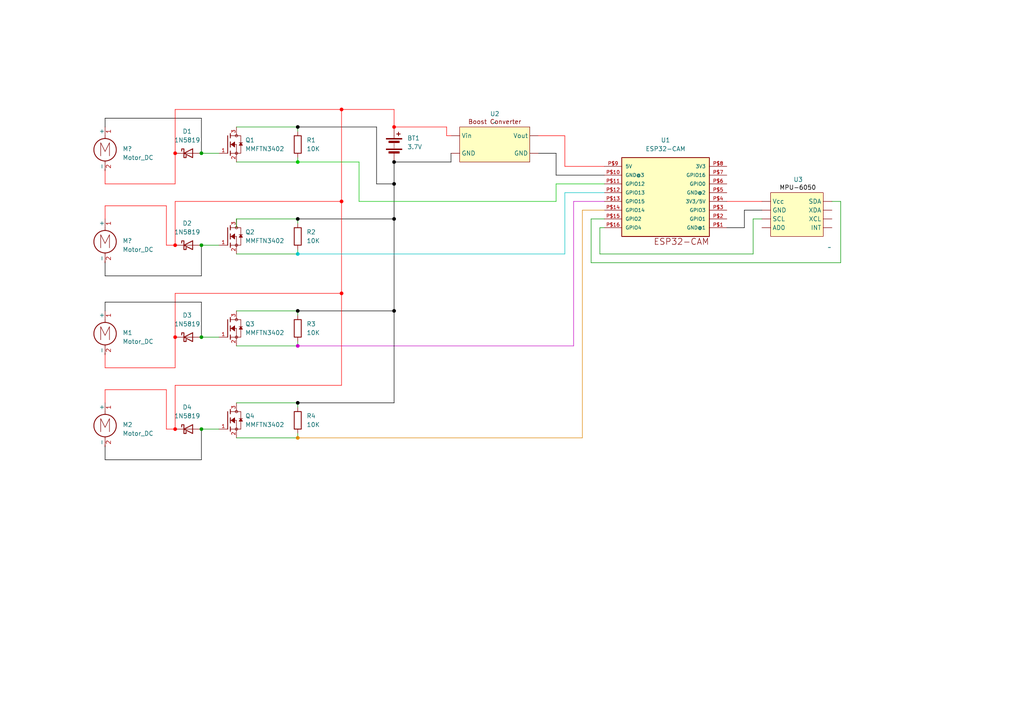
<source format=kicad_sch>
(kicad_sch (version 20250114) (generator "eeschema") (generator_version "9.0")
  (paper "A4")
  (lib_symbols
    (symbol "Device:Battery" (pin_numbers (hide yes)) (pin_names (offset 0) (hide yes))
      (property "Reference" "BT" (at 2.54 2.54 0))
      (property "Value" "Battery" (at 2.54 0 0))
      (symbol "Battery_0_1"
        (rectangle (start -2.286 1.778) (end 2.286 1.524) (fill (type outline)))
        (rectangle (start -2.286 -1.27) (end 2.286 -1.524) (fill (type outline)))
        (rectangle (start -1.524 1.016) (end 1.524 0.508) (fill (type outline)))
        (rectangle (start -1.524 -2.032) (end 1.524 -2.54) (fill (type outline)))
        (polyline (pts (xy 0 1.778) (xy 0 2.54)))
        (polyline (pts (xy 0 0) (xy 0 0.254)))
        (polyline (pts (xy 0 -0.508) (xy 0 -0.254)))
        (polyline (pts (xy 0 -1.016) (xy 0 -0.762)))
        (polyline (pts (xy 0.762 3.048) (xy 1.778 3.048)) (stroke (width 0.254)))
        (polyline (pts (xy 1.27 3.556) (xy 1.27 2.54)) (stroke (width 0.254)))
      )
      (symbol "Battery_1_1"
        (pin passive line (at 0 5.08 270) (length 2.54) (name "+") (number "1"))
        (pin passive line (at 0 -5.08 90) (length 2.54) (name "-") (number "2"))
      )
    )
    (symbol "Device:R" (pin_numbers (hide yes)) (pin_names (offset 0))
      (property "Reference" "R" (at 2.032 0 90))
      (property "Value" "R" (at 0 0 90))
      (symbol "R_0_1"
        (rectangle (start -1.016 -2.54) (end 1.016 2.54) (stroke (width 0.254)))
      )
      (symbol "R_1_1"
        (pin passive line (at 0 3.81 270) (length 1.27) (name "~") (number "1"))
        (pin passive line (at 0 -3.81 90) (length 1.27) (name "~") (number "2"))
      )
    )
    (symbol "Diode:1N5819" (pin_numbers (hide yes)) (pin_names (offset 1.016) (hide yes))
      (property "Reference" "D" (at 0 2.54 0))
      (property "Value" "1N5819" (at 0 -2.54 0))
      (symbol "1N5819_0_1"
        (polyline (pts (xy -1.905 0.635) (xy -1.905 1.27) (xy -1.27 1.27) (xy -1.27 -1.27) (xy -0.635 -1.27) (xy -0.635 -0.635)) (stroke (width 0.254)))
        (polyline (pts (xy 1.27 1.27) (xy 1.27 -1.27) (xy -1.27 0) (xy 1.27 1.27)) (stroke (width 0.254)))
        (polyline (pts (xy 1.27 0) (xy -1.27 0)))
      )
      (symbol "1N5819_1_1"
        (pin passive line (at -3.81 0 0) (length 2.54) (name "K") (number "1"))
        (pin passive line (at 3.81 0 180) (length 2.54) (name "A") (number "2"))
      )
    )
    (symbol "ESP32-CAM:ESP32-CAM" (pin_names (offset 1.016))
      (property "Reference" "U" (at 0 0 0))
      (property "Value" "ESP32-CAM" (at 0 0 0))
      (symbol "ESP32-CAM_0_0"
        (rectangle (start -12.7 -10.16) (end 12.7 12.7) (stroke (width 0.254)) (fill (type background)))
        (text "ESP32-CAM" (at -12.7 15.24 0) (effects (font (size 1.778 1.778)) (justify left bottom)))
        (pin bidirectional line (at -17.78 10.16 0) (length 5.08) (name "GND@1") (number "P$1"))
        (pin bidirectional line (at -17.78 7.62 0) (length 5.08) (name "GPIO1") (number "P$2"))
        (pin bidirectional line (at -17.78 5.08 0) (length 5.08) (name "GPIO3") (number "P$3"))
        (pin bidirectional line (at -17.78 2.54 0) (length 5.08) (name "3V3/5V") (number "P$4"))
        (pin bidirectional line (at -17.78 0 0) (length 5.08) (name "GND@2") (number "P$5"))
        (pin bidirectional line (at -17.78 -2.54 0) (length 5.08) (name "GPIO0") (number "P$6"))
        (pin bidirectional line (at -17.78 -5.08 0) (length 5.08) (name "GPIO16") (number "P$7"))
        (pin bidirectional line (at -17.78 -7.62 0) (length 5.08) (name "3V3") (number "P$8"))
        (pin bidirectional line (at 17.78 10.16 180) (length 5.08) (name "GPIO4") (number "P$16"))
        (pin bidirectional line (at 17.78 7.62 180) (length 5.08) (name "GPIO2") (number "P$15"))
        (pin bidirectional line (at 17.78 5.08 180) (length 5.08) (name "GPIO14") (number "P$14"))
        (pin bidirectional line (at 17.78 2.54 180) (length 5.08) (name "GPIO15") (number "P$13"))
        (pin bidirectional line (at 17.78 0 180) (length 5.08) (name "GPIO13") (number "P$12"))
        (pin bidirectional line (at 17.78 -2.54 180) (length 5.08) (name "GPIO12") (number "P$11"))
        (pin bidirectional line (at 17.78 -5.08 180) (length 5.08) (name "GND@3") (number "P$10"))
        (pin bidirectional line (at 17.78 -7.62 180) (length 5.08) (name "5V") (number "P$9"))
      )
    )
    (symbol "IMU:MPU-6050"
      (property "Reference" "U" (at 0 2.794 0))
      (symbol "MPU-6050_1_1"
        (rectangle (start -7.62 -1.27) (end 7.62 -13.97) (fill (type background)))
        (text "MPU-6050" (at 0.254 0.254 0) (effects (font (size 1.27 1.27))))
        (pin input line (at -10.16 -3.81 0) (length 2.54) (name "Vcc") (number ""))
        (pin output line (at -10.16 -6.35 0) (length 2.54) (name "GND") (number ""))
        (pin input line (at -10.16 -8.89 0) (length 2.54) (name "SCL") (number ""))
        (pin input line (at -10.16 -11.43 0) (length 2.54) (name "AD0") (number ""))
        (pin bidirectional line (at 10.16 -3.81 180) (length 2.54) (name "SDA") (number ""))
        (pin output line (at 10.16 -6.35 180) (length 2.54) (name "XDA") (number ""))
        (pin input line (at 10.16 -8.89 180) (length 2.54) (name "XCL") (number ""))
        (pin output line (at 10.16 -11.43 180) (length 2.54) (name "INT") (number ""))
      )
    )
    (symbol "MMFTN3402:MMFTN3402" (pin_names (offset 1.016))
      (property "Reference" "Q" (at 5.08 1.27 0))
      (property "Value" "MMFTN3402" (at 5.08 -1.27 0))
      (symbol "MMFTN3402_0_0"
        (polyline (pts (xy 0 2.54) (xy 0 -2.54)) (stroke (width 0.254)))
        (polyline (pts (xy 0.762 3.175) (xy 0.762 2.54)) (stroke (width 0.254)))
        (polyline (pts (xy 0.762 2.54) (xy 0.762 1.905)) (stroke (width 0.254)))
        (polyline (pts (xy 0.762 2.54) (xy 3.81 2.54)) (stroke (width 0.1524)))
        (polyline (pts (xy 0.762 0.762) (xy 0.762 0)) (stroke (width 0.254)))
        (polyline (pts (xy 0.762 0) (xy 0.762 -0.762)) (stroke (width 0.254)))
        (polyline (pts (xy 0.762 0) (xy 2.54 0)) (stroke (width 0.1524)))
        (polyline (pts (xy 0.762 -1.905) (xy 0.762 -2.54)) (stroke (width 0.254)))
        (polyline (pts (xy 0.762 -2.54) (xy 0.762 -3.175)) (stroke (width 0.254)))
        (polyline (pts (xy 1.016 0) (xy 2.032 0.762) (xy 2.032 -0.762) (xy 1.016 0)) (stroke (width 0.1524)) (fill (type outline)))
        (circle (center 2.54 2.54) (radius 0.3592))
        (polyline (pts (xy 2.54 0) (xy 2.54 -2.54)) (stroke (width 0.1524)))
        (polyline (pts (xy 2.54 -2.54) (xy 0.762 -2.54)) (stroke (width 0.1524)))
        (polyline (pts (xy 2.54 -2.54) (xy 3.81 -2.54)) (stroke (width 0.1524)))
        (circle (center 2.54 -2.54) (radius 0.3592))
        (polyline (pts (xy 3.81 2.54) (xy 3.81 0.508)) (stroke (width 0.1524)))
        (polyline (pts (xy 3.81 0.508) (xy 3.302 0.508)) (stroke (width 0.1524)))
        (polyline (pts (xy 3.81 0.508) (xy 3.81 -2.54)) (stroke (width 0.1524)))
        (polyline (pts (xy 3.81 0.508) (xy 3.302 -0.254) (xy 4.318 -0.254) (xy 3.81 0.508)) (stroke (width 0.1524)) (fill (type outline)))
        (polyline (pts (xy 4.318 0.508) (xy 3.81 0.508)) (stroke (width 0.1524)))
        (pin passive line (at -2.54 -2.54 0) (length 2.54) (name "~") (number "1"))
        (pin passive line (at 2.54 5.08 270) (length 2.54) (name "~") (number "3"))
        (pin passive line (at 2.54 -5.08 90) (length 2.54) (name "~") (number "2"))
      )
    )
    (symbol "Motor:Motor_DC" (pin_names (offset 0))
      (property "Reference" "M" (at 2.54 2.54 0))
      (property "Value" "Motor_DC" (at 2.54 -5.08 0))
      (symbol "Motor_DC_0_0"
        (polyline (pts (xy -1.27 -3.302) (xy -1.27 0.508) (xy 0 -2.032) (xy 1.27 0.508) (xy 1.27 -3.302)))
      )
      (symbol "Motor_DC_0_1"
        (polyline (pts (xy 0 2.032) (xy 0 2.54)))
        (polyline (pts (xy 0 1.7272) (xy 0 2.0828)))
        (circle (center 0 -1.524) (radius 3.2512) (stroke (width 0.254)))
        (polyline (pts (xy 0 -4.7752) (xy 0 -5.1816)))
        (polyline (pts (xy 0 -7.62) (xy 0 -7.112)))
      )
      (symbol "Motor_DC_1_1"
        (pin passive line (at 0 5.08 270) (length 2.54) (name "+") (number "1"))
        (pin passive line (at 0 -7.62 90) (length 2.54) (name "-") (number "2"))
      )
    )
    (symbol "boost_converter:Boost_Converter"
      (property "Reference" "U" (at 0 2.794 0))
      (symbol "Boost_Converter_1_1"
        (rectangle (start -10.16 -1.27) (end 10.16 -11.43) (fill (type background)))
        (text "Boost Converter" (at 0 0.254 0) (effects (font (size 1.27 1.27))))
        (pin input line (at -12.7 -3.81 0) (length 2.54) (name "Vin") (number ""))
        (pin output line (at -12.7 -8.89 0) (length 2.54) (name "GND") (number ""))
        (pin output line (at 12.7 -3.81 180) (length 2.54) (name "Vout") (number ""))
        (pin input line (at 12.7 -8.89 180) (length 2.54) (name "GND") (number ""))
      )
    )
  )
  (junction (at 58.42 97.79))
  (junction (at 114.3 63.5) (color 0 0 0 1))
  (junction (at 86.36 116.84) (color 0 0 0 1))
  (junction (at 99.06 85.09) (color 255 0 0 1))
  (junction (at 58.42 44.45))
  (junction (at 58.42 124.46))
  (junction (at 50.8 44.45) (color 255 0 0 1))
  (junction (at 86.36 46.99) (color 0 194 0 1))
  (junction (at 86.36 63.5) (color 0 0 0 1))
  (junction (at 86.36 73.66) (color 0 194 194 1))
  (junction (at 99.06 58.42) (color 255 0 0 1))
  (junction (at 114.3 36.83) (color 255 0 0 1))
  (junction (at 114.3 46.99) (color 0 0 0 1))
  (junction (at 99.06 31.75) (color 255 0 0 1))
  (junction (at 50.8 71.12) (color 255 0 0 1))
  (junction (at 114.3 90.17) (color 0 0 0 1))
  (junction (at 50.8 97.79) (color 255 0 0 1))
  (junction (at 86.36 36.83) (color 0 0 0 1))
  (junction (at 86.36 100.33) (color 194 0 194 1))
  (junction (at 50.8 124.46) (color 255 0 0 1))
  (junction (at 58.42 71.12))
  (junction (at 114.3 53.34) (color 0 0 0 1))
  (junction (at 86.36 127) (color 221 133 0 1))
  (junction (at 86.36 90.17) (color 0 0 0 1))
  (wire (pts (xy 171.45 76.2) (xy 171.45 63.5)))
  (wire (pts (xy 48.26 59.69) (xy 48.26 71.12)) (stroke (width 0) (color 255 0 0 1)))
  (wire (pts (xy 86.36 36.83) (xy 86.36 38.1)))
  (wire (pts (xy 68.58 66.04) (xy 68.58 63.5)))
  (wire (pts (xy 68.58 63.5) (xy 86.36 63.5)))
  (wire (pts (xy 86.36 90.17) (xy 114.3 90.17)) (stroke (width 0) (color 0 0 0 1)))
  (wire (pts (xy 175.26 60.96) (xy 168.91 60.96)) (stroke (width 0) (color 221 133 0 1)))
  (wire (pts (xy 68.58 46.99) (xy 86.36 46.99)))
  (wire (pts (xy 86.36 90.17) (xy 86.36 91.44)))
  (wire (pts (xy 104.14 58.42) (xy 104.14 46.99)) (stroke (width 0) (color 0 194 0 1)))
  (wire (pts (xy 130.81 39.37) (xy 129.54 39.37)) (stroke (width 0) (color 255 0 0 1)))
  (wire (pts (xy 48.26 124.46) (xy 50.8 124.46)) (stroke (width 0) (color 255 0 0 1)))
  (wire (pts (xy 99.06 58.42) (xy 99.06 85.09)) (stroke (width 0) (color 255 0 0 1)))
  (wire (pts (xy 220.98 63.5) (xy 218.44 63.5)))
  (wire (pts (xy 30.48 90.17) (xy 30.48 87.63)) (stroke (width 0) (color 0 0 0 1)))
  (wire (pts (xy 30.48 34.29) (xy 58.42 34.29)) (stroke (width 0) (color 0 0 0 1)))
  (wire (pts (xy 210.82 66.04) (xy 215.9 66.04)) (stroke (width 0) (color 0 0 0 1)))
  (wire (pts (xy 50.8 106.68) (xy 50.8 97.79)) (stroke (width 0) (color 255 0 0 1)))
  (wire (pts (xy 161.29 58.42) (xy 104.14 58.42)) (stroke (width 0) (color 0 194 0 1)))
  (wire (pts (xy 114.3 31.75) (xy 99.06 31.75)) (stroke (width 0) (color 255 0 0 1)))
  (wire (pts (xy 48.26 71.12) (xy 50.8 71.12)) (stroke (width 0) (color 255 0 0 1)))
  (wire (pts (xy 30.48 76.2) (xy 30.48 80.01)) (stroke (width 0) (color 0 0 0 1)))
  (wire (pts (xy 68.58 127) (xy 86.36 127)))
  (wire (pts (xy 30.48 59.69) (xy 48.26 59.69)) (stroke (width 0) (color 255 0 0 1)))
  (wire (pts (xy 86.36 63.5) (xy 114.3 63.5)) (stroke (width 0) (color 0 0 0 1)))
  (wire (pts (xy 50.8 111.76) (xy 99.06 111.76)) (stroke (width 0) (color 255 0 0 1)))
  (wire (pts (xy 156.21 39.37) (xy 163.83 39.37)) (stroke (width 0) (color 255 0 0 1)))
  (wire (pts (xy 58.42 34.29) (xy 58.42 44.45)) (stroke (width 0) (color 0 0 0 1)))
  (wire (pts (xy 109.22 36.83) (xy 109.22 53.34)) (stroke (width 0) (color 0 0 0 1)))
  (wire (pts (xy 58.42 97.79) (xy 63.5 97.79)))
  (wire (pts (xy 168.91 127) (xy 86.36 127)) (stroke (width 0) (color 221 133 0 1)))
  (wire (pts (xy 30.48 113.03) (xy 48.26 113.03)) (stroke (width 0) (color 255 0 0 1)))
  (wire (pts (xy 30.48 113.03) (xy 30.48 116.84)) (stroke (width 0) (color 255 0 0 1)))
  (wire (pts (xy 161.29 50.8) (xy 161.29 44.45)) (stroke (width 0) (color 0 0 0 1)))
  (wire (pts (xy 86.36 46.99) (xy 104.14 46.99)) (stroke (width 0) (color 0 194 0 1)))
  (wire (pts (xy 86.36 100.33) (xy 86.36 99.06)))
  (wire (pts (xy 58.42 124.46) (xy 58.42 133.35)) (stroke (width 0) (color 0 0 0 1)))
  (wire (pts (xy 30.48 133.35) (xy 58.42 133.35)) (stroke (width 0) (color 0 0 0 1)))
  (wire (pts (xy 175.26 58.42) (xy 166.37 58.42)) (stroke (width 0) (color 194 0 194 1)))
  (wire (pts (xy 68.58 90.17) (xy 86.36 90.17)))
  (wire (pts (xy 86.36 73.66) (xy 163.83 73.66)) (stroke (width 0) (color 0 194 194 1)))
  (wire (pts (xy 114.3 46.99) (xy 114.3 53.34)) (stroke (width 0) (color 0 0 0 1)))
  (wire (pts (xy 243.84 76.2) (xy 171.45 76.2)))
  (wire (pts (xy 173.99 66.04) (xy 175.26 66.04)))
  (wire (pts (xy 30.48 49.53) (xy 30.48 53.34)) (stroke (width 0) (color 255 0 0 1)))
  (wire (pts (xy 175.26 55.88) (xy 163.83 55.88)) (stroke (width 0) (color 0 194 194 1)))
  (wire (pts (xy 163.83 39.37) (xy 163.83 48.26)) (stroke (width 0) (color 255 0 0 1)))
  (wire (pts (xy 166.37 58.42) (xy 166.37 100.33)) (stroke (width 0) (color 194 0 194 1)))
  (wire (pts (xy 58.42 87.63) (xy 58.42 97.79)) (stroke (width 0) (color 0 0 0 1)))
  (wire (pts (xy 30.48 102.87) (xy 30.48 106.68)) (stroke (width 0) (color 255 0 0 1)))
  (wire (pts (xy 68.58 116.84) (xy 86.36 116.84)))
  (wire (pts (xy 68.58 73.66) (xy 86.36 73.66)))
  (wire (pts (xy 243.84 58.42) (xy 243.84 76.2)))
  (wire (pts (xy 129.54 39.37) (xy 129.54 36.83)) (stroke (width 0) (color 255 0 0 1)))
  (wire (pts (xy 129.54 36.83) (xy 114.3 36.83)) (stroke (width 0) (color 255 0 0 1)))
  (wire (pts (xy 86.36 73.66) (xy 86.36 72.39)))
  (wire (pts (xy 30.48 80.01) (xy 58.42 80.01)) (stroke (width 0) (color 0 0 0 1)))
  (wire (pts (xy 99.06 85.09) (xy 99.06 111.76)) (stroke (width 0) (color 255 0 0 1)))
  (wire (pts (xy 50.8 31.75) (xy 50.8 44.45)) (stroke (width 0) (color 255 0 0 1)))
  (wire (pts (xy 99.06 58.42) (xy 99.06 31.75)) (stroke (width 0) (color 255 0 0 1)))
  (wire (pts (xy 163.83 55.88) (xy 163.83 73.66)) (stroke (width 0) (color 0 194 194 1)))
  (wire (pts (xy 130.81 44.45) (xy 130.81 46.99)) (stroke (width 0) (color 0 0 0 1)))
  (wire (pts (xy 30.48 106.68) (xy 50.8 106.68)) (stroke (width 0) (color 255 0 0 1)))
  (wire (pts (xy 163.83 48.26) (xy 175.26 48.26)) (stroke (width 0) (color 255 0 0 1)))
  (wire (pts (xy 218.44 63.5) (xy 218.44 73.66)))
  (wire (pts (xy 30.48 87.63) (xy 58.42 87.63)) (stroke (width 0) (color 0 0 0 1)))
  (wire (pts (xy 50.8 85.09) (xy 99.06 85.09)) (stroke (width 0) (color 255 0 0 1)))
  (wire (pts (xy 114.3 116.84) (xy 114.3 90.17)) (stroke (width 0) (color 0 0 0 1)))
  (wire (pts (xy 220.98 60.96) (xy 215.9 60.96)) (stroke (width 0) (color 0 0 0 1)))
  (wire (pts (xy 30.48 129.54) (xy 30.48 133.35)) (stroke (width 0) (color 0 0 0 1)))
  (wire (pts (xy 58.42 71.12) (xy 63.5 71.12)))
  (wire (pts (xy 86.36 116.84) (xy 86.36 118.11)))
  (wire (pts (xy 30.48 59.69) (xy 30.48 63.5)) (stroke (width 0) (color 255 0 0 1)))
  (wire (pts (xy 86.36 127) (xy 86.36 125.73)))
  (wire (pts (xy 68.58 36.83) (xy 86.36 36.83)))
  (wire (pts (xy 50.8 31.75) (xy 99.06 31.75)) (stroke (width 0) (color 255 0 0 1)))
  (wire (pts (xy 50.8 58.42) (xy 50.8 71.12)) (stroke (width 0) (color 255 0 0 1)))
  (wire (pts (xy 166.37 100.33) (xy 86.36 100.33)) (stroke (width 0) (color 194 0 194 1)))
  (wire (pts (xy 30.48 36.83) (xy 30.48 34.29)) (stroke (width 0) (color 0 0 0 1)))
  (wire (pts (xy 50.8 111.76) (xy 50.8 124.46)) (stroke (width 0) (color 255 0 0 1)))
  (wire (pts (xy 48.26 113.03) (xy 48.26 124.46)) (stroke (width 0) (color 255 0 0 1)))
  (wire (pts (xy 215.9 60.96) (xy 215.9 66.04)) (stroke (width 0) (color 0 0 0 1)))
  (wire (pts (xy 86.36 63.5) (xy 86.36 64.77)))
  (wire (pts (xy 50.8 58.42) (xy 99.06 58.42)) (stroke (width 0) (color 255 0 0 1)))
  (wire (pts (xy 58.42 124.46) (xy 63.5 124.46)))
  (wire (pts (xy 210.82 58.42) (xy 220.98 58.42)) (stroke (width 0) (color 255 0 0 1)))
  (wire (pts (xy 161.29 53.34) (xy 161.29 58.42)) (stroke (width 0) (color 0 194 0 1)))
  (wire (pts (xy 109.22 53.34) (xy 114.3 53.34)) (stroke (width 0) (color 0 0 0 1)))
  (wire (pts (xy 173.99 73.66) (xy 173.99 66.04)))
  (wire (pts (xy 171.45 63.5) (xy 175.26 63.5)))
  (wire (pts (xy 30.48 53.34) (xy 50.8 53.34)) (stroke (width 0) (color 255 0 0 1)))
  (wire (pts (xy 156.21 44.45) (xy 161.29 44.45)) (stroke (width 0) (color 0 0 0 1)))
  (wire (pts (xy 218.44 73.66) (xy 173.99 73.66)))
  (wire (pts (xy 114.3 31.75) (xy 114.3 36.83)) (stroke (width 0) (color 255 0 0 1)))
  (wire (pts (xy 86.36 36.83) (xy 109.22 36.83)) (stroke (width 0) (color 0 0 0 1)))
  (wire (pts (xy 114.3 63.5) (xy 114.3 90.17)) (stroke (width 0) (color 0 0 0 1)))
  (wire (pts (xy 86.36 116.84) (xy 114.3 116.84)) (stroke (width 0) (color 0 0 0 1)))
  (wire (pts (xy 50.8 53.34) (xy 50.8 44.45)) (stroke (width 0) (color 255 0 0 1)))
  (wire (pts (xy 50.8 85.09) (xy 50.8 97.79)) (stroke (width 0) (color 255 0 0 1)))
  (wire (pts (xy 68.58 100.33) (xy 86.36 100.33)))
  (wire (pts (xy 161.29 50.8) (xy 175.26 50.8)) (stroke (width 0) (color 0 0 0 1)))
  (wire (pts (xy 130.81 46.99) (xy 114.3 46.99)) (stroke (width 0) (color 0 0 0 1)))
  (wire (pts (xy 175.26 53.34) (xy 161.29 53.34)) (stroke (width 0) (color 0 194 0 1)))
  (wire (pts (xy 114.3 53.34) (xy 114.3 63.5)) (stroke (width 0) (color 0 0 0 1)))
  (wire (pts (xy 58.42 71.12) (xy 58.42 80.01)) (stroke (width 0) (color 0 0 0 1)))
  (wire (pts (xy 168.91 60.96) (xy 168.91 127)) (stroke (width 0) (color 221 133 0 1)))
  (wire (pts (xy 241.3 58.42) (xy 243.84 58.42)))
  (wire (pts (xy 58.42 44.45) (xy 63.5 44.45)))
  (wire (pts (xy 86.36 46.99) (xy 86.36 45.72)))
  (symbol (lib_id "Diode:1N5819") (at 54.61 124.46 0) (unit 1)
    (property "Reference" "D4" (at 54.2925 118.11 0))
    (property "Value" "1N5819" (at 54.2925 120.65 0))
    (property "Footprint" "Diode_THT:D_DO-41_SOD81_P10.16mm_Horizontal" (effects (hide yes)))
    (property "Datasheet" "http://www.vishay.com/docs/88525/1n5817.pdf" (effects (hide yes)))
    (property "Description" "40V 1A Schottky Barrier Rectifier Diode, DO-41" (effects (hide yes)))
  )
  (symbol (lib_id "Diode:1N5819") (at 54.61 71.12 0) (unit 1)
    (property "Reference" "D2" (at 54.2925 64.77 0))
    (property "Value" "1N5819" (at 54.2925 67.31 0))
    (property "Footprint" "Diode_THT:D_DO-41_SOD81_P10.16mm_Horizontal" (effects (hide yes)))
    (property "Datasheet" "http://www.vishay.com/docs/88525/1n5817.pdf" (effects (hide yes)))
    (property "Description" "40V 1A Schottky Barrier Rectifier Diode, DO-41" (effects (hide yes)))
  )
  (symbol (lib_id "Diode:1N5819") (at 54.61 44.45 0) (unit 1)
    (property "Reference" "D1" (at 54.2925 38.1 0))
    (property "Value" "1N5819" (at 54.2925 40.64 0))
    (property "Footprint" "Diode_THT:D_DO-41_SOD81_P10.16mm_Horizontal" (effects (hide yes)))
    (property "Datasheet" "http://www.vishay.com/docs/88525/1n5817.pdf" (effects (hide yes)))
    (property "Description" "40V 1A Schottky Barrier Rectifier Diode, DO-41" (effects (hide yes)))
  )
  (symbol (lib_id "Motor:Motor_DC") (at 30.48 68.58 0) (unit 1)
    (property "Reference" "M?" (at 35.56 69.8499 0) (effects (justify left)))
    (property "Value" "Motor_DC" (at 35.56 72.3899 0) (effects (justify left)))
  )
  (symbol (lib_id "ESP32-CAM:ESP32-CAM") (at 193.04 55.88 180) (unit 1)
    (property "Reference" "U1" (at 193.04 40.64 0))
    (property "Value" "ESP32-CAM" (at 193.04 43.18 0))
    (property "Footprint" "ESP32-CAM:ESP32-CAM" (effects (hide yes)))
    (property "MF" "AI-Thinker" (effects (hide yes)))
    (property "Description_1" "ESP32 ESP32 Transceiver; 802.11 a/b/g/n (Wi-Fi, WiFi, WLAN), Bluetooth® Smart 4.x Low Energy (BLE) Evaluation Board" (effects (hide yes)))
    (property "Package" "None" (effects (hide yes)))
    (property "Price" "None" (effects (hide yes)))
    (property "SnapEDA_Link" "https://www.snapeda.com/parts/ESP32-CAM/AI-Thinker/view-part/?ref=snap" (effects (hide yes)))
    (property "MP" "ESP32-CAM" (effects (hide yes)))
    (property "Availability" "Not in stock" (effects (hide yes)))
    (property "Check_prices" "https://www.snapeda.com/parts/ESP32-CAM/AI-Thinker/view-part/?ref=eda" (effects (hide yes)))
  )
  (symbol (lib_id "MMFTN3402:MMFTN3402") (at 66.04 41.91 0) (unit 1)
    (property "Reference" "Q1" (at 71.12 40.6399 0) (effects (justify left)))
    (property "Value" "MMFTN3402" (at 71.12 43.1799 0) (effects (justify left)))
    (property "Footprint" "MMFTN3402:TRANS_MMFTN3402" (effects (hide yes)))
    (property "MF" "Diotec Semiconductor" (effects (hide yes)))
    (property "MAXIMUM_PACKAGE_HEIGHT" "1.3mm" (effects (hide yes)))
    (property "Package" "SOT-23 Diotec" (effects (hide yes)))
    (property "Price" "None" (effects (hide yes)))
    (property "Check_prices" "https://www.snapeda.com/parts/MMFTN3402/Diotec/view-part/?ref=eda" (effects (hide yes)))
    (property "STANDARD" "Manufacturer Recommendations" (effects (hide yes)))
    (property "PARTREV" "2023-08-18" (effects (hide yes)))
    (property "SnapEDA_Link" "https://www.snapeda.com/parts/MMFTN3402/Diotec/view-part/?ref=snap" (effects (hide yes)))
    (property "MP" "MMFTN3402" (effects (hide yes)))
    (property "Description_1" "MOSFET, SOT-23, N, 30V, 4A, 0.055Ω, 150°C" (effects (hide yes)))
    (property "Availability" "In Stock" (effects (hide yes)))
    (property "MANUFACTURER" "Diotec Semiconductor" (effects (hide yes)))
  )
  (symbol (lib_id "IMU:MPU-6050") (at 231.14 54.61 0) (unit 1)
    (property "Reference" "U3" (at 230.124 52.07 0) (effects (justify left)))
    (property "Value" "~" (at 240.03 71.7522 0) (effects (justify left)))
  )
  (symbol (lib_id "Device:R") (at 86.36 121.92 0) (unit 1)
    (property "Reference" "R4" (at 88.9 120.6499 0) (effects (justify left)))
    (property "Value" "10K" (at 88.9 123.1899 0) (effects (justify left)))
    (property "Description" "Resistor" (effects (hide yes)))
  )
  (symbol (lib_id "MMFTN3402:MMFTN3402") (at 66.04 121.92 0) (unit 1)
    (property "Reference" "Q4" (at 71.12 120.6499 0) (effects (justify left)))
    (property "Value" "MMFTN3402" (at 71.12 123.1899 0) (effects (justify left)))
    (property "Footprint" "MMFTN3402:TRANS_MMFTN3402" (effects (hide yes)))
    (property "MF" "Diotec Semiconductor" (effects (hide yes)))
    (property "MAXIMUM_PACKAGE_HEIGHT" "1.3mm" (effects (hide yes)))
    (property "Package" "SOT-23 Diotec" (effects (hide yes)))
    (property "Price" "None" (effects (hide yes)))
    (property "Check_prices" "https://www.snapeda.com/parts/MMFTN3402/Diotec/view-part/?ref=eda" (effects (hide yes)))
    (property "STANDARD" "Manufacturer Recommendations" (effects (hide yes)))
    (property "PARTREV" "2023-08-18" (effects (hide yes)))
    (property "SnapEDA_Link" "https://www.snapeda.com/parts/MMFTN3402/Diotec/view-part/?ref=snap" (effects (hide yes)))
    (property "MP" "MMFTN3402" (effects (hide yes)))
    (property "Description_1" "MOSFET, SOT-23, N, 30V, 4A, 0.055Ω, 150°C" (effects (hide yes)))
    (property "Availability" "In Stock" (effects (hide yes)))
    (property "MANUFACTURER" "Diotec Semiconductor" (effects (hide yes)))
  )
  (symbol (lib_id "Device:R") (at 86.36 95.25 0) (unit 1)
    (property "Reference" "R3" (at 88.9 93.9799 0) (effects (justify left)))
    (property "Value" "10K" (at 88.9 96.5199 0) (effects (justify left)))
    (property "Description" "Resistor" (effects (hide yes)))
  )
  (symbol (lib_id "boost_converter:Boost_Converter") (at 143.51 35.56 0) (unit 1)
    (property "Reference" "U2" (at 143.51 33.02 0))
    (property "Value" "~" (at 143.51 35.56 0))
  )
  (symbol (lib_id "Device:Battery") (at 114.3 41.91 0) (unit 1)
    (property "Reference" "BT1" (at 118.11 40.0684 0) (effects (justify left)))
    (property "Value" "3.7V" (at 118.11 42.6084 0) (effects (justify left)))
    (property "Description" "Multiple-cell battery" (effects (hide yes)))
  )
  (symbol (lib_id "Motor:Motor_DC") (at 30.48 41.91 0) (unit 1)
    (property "Reference" "M?" (at 35.56 43.1799 0) (effects (justify left)))
    (property "Value" "Motor_DC" (at 35.56 45.7199 0) (effects (justify left)))
  )
  (symbol (lib_id "Device:R") (at 86.36 68.58 0) (unit 1)
    (property "Reference" "R2" (at 88.9 67.3099 0) (effects (justify left)))
    (property "Value" "10K" (at 88.9 69.8499 0) (effects (justify left)))
    (property "Description" "Resistor" (effects (hide yes)))
  )
  (symbol (lib_id "MMFTN3402:MMFTN3402") (at 66.04 68.58 0) (unit 1)
    (property "Reference" "Q2" (at 71.12 67.3099 0) (effects (justify left)))
    (property "Value" "MMFTN3402" (at 71.12 69.8499 0) (effects (justify left)))
    (property "Footprint" "MMFTN3402:TRANS_MMFTN3402" (effects (hide yes)))
    (property "MF" "Diotec Semiconductor" (effects (hide yes)))
    (property "MAXIMUM_PACKAGE_HEIGHT" "1.3mm" (effects (hide yes)))
    (property "Package" "SOT-23 Diotec" (effects (hide yes)))
    (property "Price" "None" (effects (hide yes)))
    (property "Check_prices" "https://www.snapeda.com/parts/MMFTN3402/Diotec/view-part/?ref=eda" (effects (hide yes)))
    (property "STANDARD" "Manufacturer Recommendations" (effects (hide yes)))
    (property "PARTREV" "2023-08-18" (effects (hide yes)))
    (property "SnapEDA_Link" "https://www.snapeda.com/parts/MMFTN3402/Diotec/view-part/?ref=snap" (effects (hide yes)))
    (property "MP" "MMFTN3402" (effects (hide yes)))
    (property "Description_1" "MOSFET, SOT-23, N, 30V, 4A, 0.055Ω, 150°C" (effects (hide yes)))
    (property "Availability" "In Stock" (effects (hide yes)))
    (property "MANUFACTURER" "Diotec Semiconductor" (effects (hide yes)))
  )
  (symbol (lib_id "Device:R") (at 86.36 41.91 0) (unit 1)
    (property "Reference" "R1" (at 88.9 40.6399 0) (effects (justify left)))
    (property "Value" "10K" (at 88.9 43.1799 0) (effects (justify left)))
    (property "Description" "Resistor" (effects (hide yes)))
  )
  (symbol (lib_id "Diode:1N5819") (at 54.61 97.79 0) (unit 1)
    (property "Reference" "D3" (at 54.2925 91.44 0))
    (property "Value" "1N5819" (at 54.2925 93.98 0))
    (property "Footprint" "Diode_THT:D_DO-41_SOD81_P10.16mm_Horizontal" (effects (hide yes)))
    (property "Datasheet" "http://www.vishay.com/docs/88525/1n5817.pdf" (effects (hide yes)))
    (property "Description" "40V 1A Schottky Barrier Rectifier Diode, DO-41" (effects (hide yes)))
  )
  (symbol (lib_id "MMFTN3402:MMFTN3402") (at 66.04 95.25 0) (unit 1)
    (property "Reference" "Q3" (at 71.12 93.9799 0) (effects (justify left)))
    (property "Value" "MMFTN3402" (at 71.12 96.5199 0) (effects (justify left)))
    (property "Footprint" "MMFTN3402:TRANS_MMFTN3402" (effects (hide yes)))
    (property "MF" "Diotec Semiconductor" (effects (hide yes)))
    (property "MAXIMUM_PACKAGE_HEIGHT" "1.3mm" (effects (hide yes)))
    (property "Package" "SOT-23 Diotec" (effects (hide yes)))
    (property "Price" "None" (effects (hide yes)))
    (property "Check_prices" "https://www.snapeda.com/parts/MMFTN3402/Diotec/view-part/?ref=eda" (effects (hide yes)))
    (property "STANDARD" "Manufacturer Recommendations" (effects (hide yes)))
    (property "PARTREV" "2023-08-18" (effects (hide yes)))
    (property "SnapEDA_Link" "https://www.snapeda.com/parts/MMFTN3402/Diotec/view-part/?ref=snap" (effects (hide yes)))
    (property "MP" "MMFTN3402" (effects (hide yes)))
    (property "Description_1" "MOSFET, SOT-23, N, 30V, 4A, 0.055Ω, 150°C" (effects (hide yes)))
    (property "Availability" "In Stock" (effects (hide yes)))
    (property "MANUFACTURER" "Diotec Semiconductor" (effects (hide yes)))
  )
  (symbol (lib_id "Motor:Motor_DC") (at 30.48 121.92 0) (unit 1)
    (property "Reference" "M2" (at 35.56 123.1899 0) (effects (justify left)))
    (property "Value" "Motor_DC" (at 35.56 125.7299 0) (effects (justify left)))
  )
  (symbol (lib_id "Motor:Motor_DC") (at 30.48 95.25 0) (unit 1)
    (property "Reference" "M1" (at 35.56 96.5199 0) (effects (justify left)))
    (property "Value" "Motor_DC" (at 35.56 99.0599 0) (effects (justify left)))
  )
)
</source>
